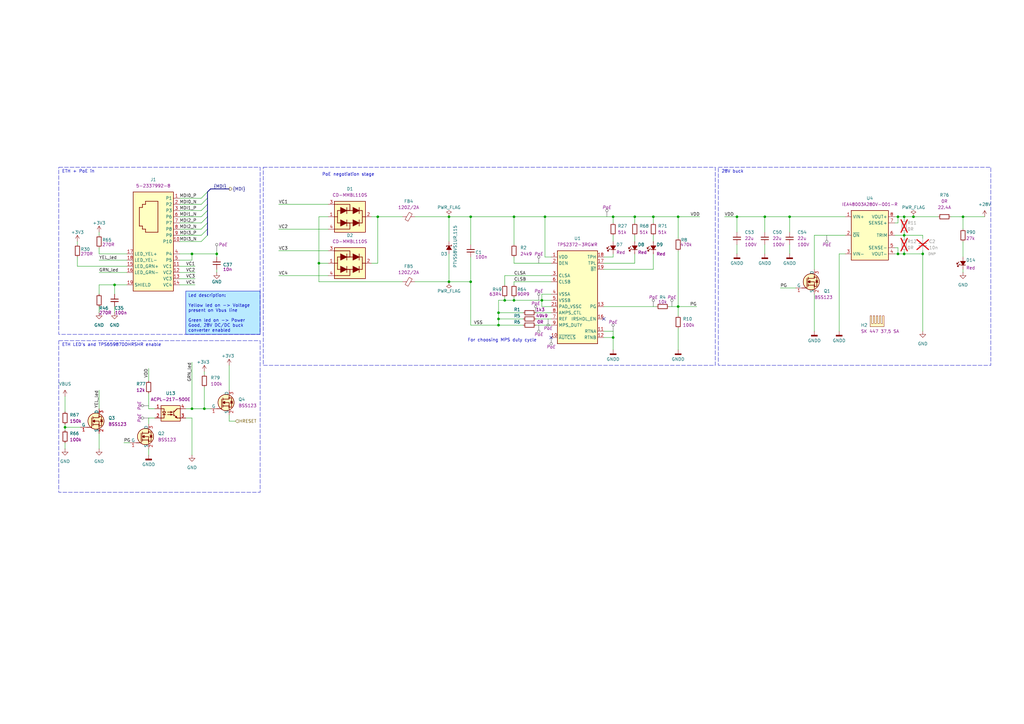
<source format=kicad_sch>
(kicad_sch (version 20230121) (generator eeschema)
  (paper "A3")
  (title_block (title "PoE to USBC PD adapter") (date "2024-10-17") (rev "1.1.0") (company "Antmicro Ltd.") (comment 1 "www.antmicro.com"))
  (bus_alias "MDI" (members "MDI0_P" "MDI0_N" "MDI1_P" "MDI1_N" "MDI2_P" "MDI2_N" "MDI3_N" "MDI3_P"))
  (junction (at 260.35 88.9))
  (junction (at 368.3 104.14))
  (junction (at 193.04 88.9))
  (junction (at 394.97 88.9))
  (junction (at 278.13 88.9))
  (junction (at 154.94 88.9))
  (junction (at 323.85 88.9))
  (junction (at 204.47 130.81))
  (junction (at 222.25 123.19))
  (junction (at 184.15 115.57))
  (junction (at 251.46 88.9))
  (junction (at 88.9 104.14))
  (junction (at 46.99 116.84))
  (junction (at 130.81 107.95))
  (junction (at 78.74 104.14))
  (junction (at 210.82 123.19))
  (junction (at 368.3 88.9))
  (junction (at 204.47 128.27))
  (junction (at 370.84 88.9))
  (junction (at 302.26 88.9))
  (junction (at 278.13 125.73))
  (junction (at 370.84 104.14))
  (junction (at 251.46 138.43))
  (junction (at 184.15 88.9))
  (junction (at 204.47 133.35))
  (junction (at 26.67 175.26))
  (junction (at 313.69 88.9))
  (junction (at 374.65 88.9))
  (junction (at 193.04 115.57))
  (junction (at 370.84 96.52))
  (junction (at 267.97 88.9))
  (junction (at 223.52 88.9))
  (junction (at 210.82 88.9))
  (junction (at 378.46 104.14))
  (junction (at 78.74 167.64))
  (junction (at 83.82 167.64))
  (junction (at 207.01 123.19))
  (no_connect (at 247.65 130.81))
  (no_connect (at 226.06 138.43))
  (bus_entry (at 85.09 88.9) (size -2.54 2.54))
  (bus_entry (at 85.09 86.36) (size -2.54 2.54))
  (bus_entry (at 85.09 78.74) (size -2.54 2.54))
  (bus_entry (at 85.09 96.52) (size -2.54 2.54))
  (bus_entry (at 85.09 91.44) (size -2.54 2.54))
  (bus_entry (at 85.09 81.28) (size -2.54 2.54))
  (bus_entry (at 85.09 93.98) (size -2.54 2.54))
  (bus_entry (at 85.09 83.82) (size -2.54 2.54))
  (wire (pts (xy 251.46 88.9) (xy 260.35 88.9)))
  (bus (pts (xy 85.09 93.98) (xy 85.09 96.52)))
  (wire (pts (xy 60.96 173.99) (xy 60.96 171.45)))
  (wire (pts (xy 204.47 133.35) (xy 204.47 130.81)))
  (wire (pts (xy 50.8 181.61) (xy 53.34 181.61)))
  (wire (pts (xy 73.66 109.22) (xy 80.01 109.22)))
  (wire (pts (xy 323.85 88.9) (xy 323.85 95.25)))
  (wire (pts (xy 82.55 86.36) (xy 73.66 86.36)))
  (wire (pts (xy 82.55 81.28) (xy 73.66 81.28)))
  (wire (pts (xy 40.64 111.76) (xy 52.07 111.76)))
  (wire (pts (xy 370.84 96.52) (xy 378.46 96.52)))
  (wire (pts (xy 73.66 111.76) (xy 80.01 111.76)))
  (bus (pts (xy 85.09 91.44) (xy 85.09 93.98)))
  (wire (pts (xy 302.26 95.25) (xy 302.26 88.9)))
  (wire (pts (xy 207.01 113.03) (xy 226.06 113.03)))
  (wire (pts (xy 78.74 148.59) (xy 78.74 167.64)))
  (wire (pts (xy 130.81 115.57) (xy 130.81 107.95)))
  (wire (pts (xy 226.06 128.27) (xy 219.71 128.27)))
  (wire (pts (xy 207.01 123.19) (xy 210.82 123.19)))
  (wire (pts (xy 184.15 104.14) (xy 184.15 115.57)))
  (wire (pts (xy 313.69 88.9) (xy 313.69 95.25)))
  (wire (pts (xy 130.81 107.95) (xy 130.81 88.9)))
  (wire (pts (xy 40.64 125.73) (xy 40.64 128.27)))
  (wire (pts (xy 370.84 104.14) (xy 378.46 104.14)))
  (wire (pts (xy 60.96 171.45) (xy 63.5 171.45)))
  (wire (pts (xy 278.13 102.87) (xy 278.13 125.73)))
  (wire (pts (xy 78.74 106.68) (xy 78.74 104.14)))
  (wire (pts (xy 251.46 105.41) (xy 251.46 104.14)))
  (wire (pts (xy 46.99 125.73) (xy 46.99 128.27)))
  (wire (pts (xy 73.66 116.84) (xy 80.01 116.84)))
  (wire (pts (xy 367.03 88.9) (xy 368.3 88.9)))
  (wire (pts (xy 26.67 162.56) (xy 26.67 168.91)))
  (wire (pts (xy 378.46 104.14) (xy 378.46 102.87)))
  (wire (pts (xy 260.35 88.9) (xy 260.35 91.44)))
  (wire (pts (xy 226.06 133.35) (xy 219.71 133.35)))
  (wire (pts (xy 78.74 171.45) (xy 78.74 186.69)))
  (wire (pts (xy 78.74 167.64) (xy 83.82 167.64)))
  (wire (pts (xy 370.84 88.9) (xy 374.65 88.9)))
  (wire (pts (xy 394.97 99.06) (xy 394.97 105.41)))
  (wire (pts (xy 320.04 118.11) (xy 326.39 118.11)))
  (wire (pts (xy 154.94 88.9) (xy 165.1 88.9)))
  (wire (pts (xy 313.69 100.33) (xy 313.69 104.14)))
  (wire (pts (xy 260.35 96.52) (xy 260.35 99.06)))
  (wire (pts (xy 93.98 172.72) (xy 96.52 172.72)))
  (wire (pts (xy 40.64 101.6) (xy 40.64 104.14)))
  (wire (pts (xy 193.04 88.9) (xy 193.04 100.33)))
  (wire (pts (xy 83.82 167.64) (xy 86.36 167.64)))
  (wire (pts (xy 60.96 151.13) (xy 60.96 156.21)))
  (wire (pts (xy 210.82 107.95) (xy 210.82 105.41)))
  (wire (pts (xy 26.67 175.26) (xy 26.67 176.53)))
  (wire (pts (xy 170.18 115.57) (xy 184.15 115.57)))
  (wire (pts (xy 323.85 100.33) (xy 323.85 104.14)))
  (bus (pts (xy 85.09 78.74) (xy 86.36 77.47)))
  (wire (pts (xy 368.3 88.9) (xy 370.84 88.9)))
  (wire (pts (xy 297.18 88.9) (xy 302.26 88.9)))
  (wire (pts (xy 207.01 121.92) (xy 207.01 123.19)))
  (bus (pts (xy 85.09 86.36) (xy 85.09 88.9)))
  (wire (pts (xy 251.46 138.43) (xy 247.65 138.43)))
  (wire (pts (xy 40.64 116.84) (xy 46.99 116.84)))
  (wire (pts (xy 334.01 96.52) (xy 334.01 110.49)))
  (wire (pts (xy 83.82 158.75) (xy 83.82 167.64)))
  (bus (pts (xy 85.09 88.9) (xy 85.09 91.44)))
  (wire (pts (xy 251.46 99.06) (xy 251.46 96.52)))
  (wire (pts (xy 334.01 120.65) (xy 334.01 135.89)))
  (wire (pts (xy 368.3 91.44) (xy 368.3 88.9)))
  (wire (pts (xy 60.96 184.15) (xy 60.96 186.69)))
  (wire (pts (xy 210.82 88.9) (xy 210.82 100.33)))
  (wire (pts (xy 114.3 93.98) (xy 134.62 93.98)))
  (wire (pts (xy 260.35 104.14) (xy 260.35 107.95)))
  (wire (pts (xy 210.82 121.92) (xy 210.82 123.19)))
  (wire (pts (xy 210.82 115.57) (xy 226.06 115.57)))
  (wire (pts (xy 278.13 134.62) (xy 278.13 143.51)))
  (wire (pts (xy 210.82 107.95) (xy 226.06 107.95)))
  (wire (pts (xy 78.74 104.14) (xy 88.9 104.14)))
  (wire (pts (xy 82.55 99.06) (xy 73.66 99.06)))
  (wire (pts (xy 73.66 106.68) (xy 78.74 106.68)))
  (wire (pts (xy 31.75 99.06) (xy 31.75 100.33)))
  (wire (pts (xy 370.84 102.87) (xy 370.84 104.14)))
  (wire (pts (xy 368.3 104.14) (xy 370.84 104.14)))
  (wire (pts (xy 114.3 102.87) (xy 134.62 102.87)))
  (wire (pts (xy 278.13 125.73) (xy 278.13 129.54)))
  (wire (pts (xy 73.66 114.3) (xy 80.01 114.3)))
  (wire (pts (xy 60.96 167.64) (xy 63.5 167.64)))
  (wire (pts (xy 154.94 107.95) (xy 152.4 107.95)))
  (wire (pts (xy 152.4 88.9) (xy 154.94 88.9)))
  (wire (pts (xy 346.71 96.52) (xy 334.01 96.52)))
  (wire (pts (xy 170.18 88.9) (xy 184.15 88.9)))
  (wire (pts (xy 267.97 88.9) (xy 267.97 91.44)))
  (wire (pts (xy 323.85 88.9) (xy 346.71 88.9)))
  (wire (pts (xy 278.13 88.9) (xy 287.02 88.9)))
  (wire (pts (xy 154.94 88.9) (xy 154.94 107.95)))
  (wire (pts (xy 46.99 116.84) (xy 46.99 120.65)))
  (wire (pts (xy 251.46 135.89) (xy 251.46 138.43)))
  (wire (pts (xy 31.75 105.41) (xy 31.75 109.22)))
  (wire (pts (xy 247.65 105.41) (xy 251.46 105.41)))
  (wire (pts (xy 83.82 152.4) (xy 83.82 153.67)))
  (wire (pts (xy 40.64 104.14) (xy 52.07 104.14)))
  (wire (pts (xy 260.35 107.95) (xy 247.65 107.95)))
  (wire (pts (xy 204.47 130.81) (xy 214.63 130.81)))
  (wire (pts (xy 204.47 123.19) (xy 207.01 123.19)))
  (wire (pts (xy 114.3 113.03) (xy 134.62 113.03)))
  (wire (pts (xy 374.65 88.9) (xy 384.81 88.9)))
  (wire (pts (xy 134.62 107.95) (xy 130.81 107.95)))
  (wire (pts (xy 346.71 104.14) (xy 344.17 104.14)))
  (wire (pts (xy 40.64 177.8) (xy 40.64 184.15)))
  (wire (pts (xy 274.32 125.73) (xy 278.13 125.73)))
  (wire (pts (xy 184.15 88.9) (xy 184.15 99.06)))
  (wire (pts (xy 193.04 133.35) (xy 204.47 133.35)))
  (wire (pts (xy 46.99 116.84) (xy 52.07 116.84)))
  (wire (pts (xy 344.17 104.14) (xy 344.17 135.89)))
  (wire (pts (xy 367.03 91.44) (xy 368.3 91.44)))
  (wire (pts (xy 222.25 123.19) (xy 226.06 123.19)))
  (wire (pts (xy 302.26 100.33) (xy 302.26 104.14)))
  (wire (pts (xy 76.2 171.45) (xy 78.74 171.45)))
  (wire (pts (xy 267.97 110.49) (xy 247.65 110.49)))
  (wire (pts (xy 82.55 93.98) (xy 73.66 93.98)))
  (wire (pts (xy 214.63 133.35) (xy 204.47 133.35)))
  (wire (pts (xy 223.52 88.9) (xy 251.46 88.9)))
  (wire (pts (xy 226.06 105.41) (xy 223.52 105.41)))
  (wire (pts (xy 278.13 125.73) (xy 285.75 125.73)))
  (wire (pts (xy 267.97 104.14) (xy 267.97 110.49)))
  (wire (pts (xy 184.15 88.9) (xy 193.04 88.9)))
  (wire (pts (xy 207.01 113.03) (xy 207.01 116.84)))
  (wire (pts (xy 222.25 123.19) (xy 222.25 125.73)))
  (wire (pts (xy 82.55 91.44) (xy 73.66 91.44)))
  (wire (pts (xy 247.65 135.89) (xy 251.46 135.89)))
  (wire (pts (xy 226.06 120.65) (xy 222.25 120.65)))
  (wire (pts (xy 378.46 97.79) (xy 378.46 96.52)))
  (wire (pts (xy 78.74 167.64) (xy 76.2 167.64)))
  (wire (pts (xy 60.96 161.29) (xy 60.96 167.64)))
  (wire (pts (xy 367.03 101.6) (xy 368.3 101.6)))
  (wire (pts (xy 210.82 115.57) (xy 210.82 116.84)))
  (wire (pts (xy 40.64 95.25) (xy 40.64 96.52)))
  (wire (pts (xy 278.13 88.9) (xy 278.13 97.79)))
  (wire (pts (xy 367.03 96.52) (xy 370.84 96.52)))
  (wire (pts (xy 26.67 173.99) (xy 26.67 175.26)))
  (wire (pts (xy 367.03 104.14) (xy 368.3 104.14)))
  (wire (pts (xy 267.97 96.52) (xy 267.97 99.06)))
  (wire (pts (xy 82.55 83.82) (xy 73.66 83.82)))
  (wire (pts (xy 370.84 96.52) (xy 370.84 97.79)))
  (wire (pts (xy 247.65 125.73) (xy 269.24 125.73)))
  (wire (pts (xy 88.9 111.76) (xy 88.9 110.49)))
  (bus (pts (xy 85.09 81.28) (xy 85.09 83.82)))
  (wire (pts (xy 82.55 88.9) (xy 73.66 88.9)))
  (wire (pts (xy 130.81 115.57) (xy 165.1 115.57)))
  (wire (pts (xy 114.3 83.82) (xy 134.62 83.82)))
  (wire (pts (xy 260.35 88.9) (xy 267.97 88.9)))
  (wire (pts (xy 389.89 88.9) (xy 394.97 88.9)))
  (wire (pts (xy 370.84 95.25) (xy 370.84 96.52)))
  (wire (pts (xy 82.55 96.52) (xy 73.66 96.52)))
  (bus (pts (xy 86.36 77.47) (xy 93.98 77.47)))
  (wire (pts (xy 251.46 91.44) (xy 251.46 88.9)))
  (wire (pts (xy 130.81 88.9) (xy 134.62 88.9)))
  (wire (pts (xy 193.04 105.41) (xy 193.04 115.57)))
  (wire (pts (xy 219.71 130.81) (xy 226.06 130.81)))
  (wire (pts (xy 88.9 102.87) (xy 88.9 104.14)))
  (wire (pts (xy 214.63 128.27) (xy 204.47 128.27)))
  (wire (pts (xy 93.98 170.18) (xy 93.98 172.72)))
  (wire (pts (xy 313.69 88.9) (xy 323.85 88.9)))
  (wire (pts (xy 223.52 105.41) (xy 223.52 88.9)))
  (wire (pts (xy 394.97 88.9) (xy 403.86 88.9)))
  (wire (pts (xy 204.47 130.81) (xy 204.47 128.27)))
  (wire (pts (xy 40.64 120.65) (xy 40.64 116.84)))
  (wire (pts (xy 193.04 133.35) (xy 193.04 115.57)))
  (wire (pts (xy 31.75 109.22) (xy 52.07 109.22)))
  (wire (pts (xy 302.26 88.9) (xy 313.69 88.9)))
  (wire (pts (xy 40.64 160.02) (xy 40.64 167.64)))
  (wire (pts (xy 193.04 88.9) (xy 210.82 88.9)))
  (wire (pts (xy 93.98 149.86) (xy 93.98 160.02)))
  (wire (pts (xy 210.82 88.9) (xy 223.52 88.9)))
  (wire (pts (xy 222.25 120.65) (xy 222.25 123.19)))
  (wire (pts (xy 394.97 110.49) (xy 394.97 111.76)))
  (wire (pts (xy 222.25 123.19) (xy 210.82 123.19)))
  (wire (pts (xy 40.64 106.68) (xy 52.07 106.68)))
  (wire (pts (xy 370.84 88.9) (xy 370.84 90.17)))
  (wire (pts (xy 394.97 88.9) (xy 394.97 93.98)))
  (wire (pts (xy 26.67 181.61) (xy 26.67 184.15)))
  (wire (pts (xy 73.66 104.14) (xy 78.74 104.14)))
  (wire (pts (xy 267.97 88.9) (xy 278.13 88.9)))
  (bus (pts (xy 85.09 78.74) (xy 85.09 81.28)))
  (wire (pts (xy 26.67 175.26) (xy 33.02 175.26)))
  (wire (pts (xy 378.46 135.89) (xy 378.46 104.14)))
  (wire (pts (xy 193.04 115.57) (xy 184.15 115.57)))
  (wire (pts (xy 222.25 125.73) (xy 226.06 125.73)))
  (wire (pts (xy 251.46 138.43) (xy 251.46 143.51)))
  (wire (pts (xy 368.3 101.6) (xy 368.3 104.14)))
  (wire (pts (xy 88.9 105.41) (xy 88.9 104.14)))
  (bus (pts (xy 85.09 83.82) (xy 85.09 86.36)))
  (wire (pts (xy 204.47 128.27) (xy 204.47 123.19)))
  (rectangle (start 294.64 68.58) (end 406.4 149.86) (stroke (width 0) (type dash)))
  (rectangle (start 24.13 68.58) (end 106.68 137.16) (stroke (width 0) (type dash)))
  (rectangle (start 24.13 139.7) (end 106.68 201.93) (stroke (width 0) (type dash)))
  (rectangle (start 107.95 68.58) (end 293.37 149.86) (stroke (width 0) (type dash)))
  (text_box "Led description:\n\nYellow led on -> Voltage present on Vbus line\n\nGreen led on -> Power Good, 28V DC/DC buck converter enabled" (at 76.2 119.38 0) (size 30.48 17.78) (fill (type color) (color 85 203 255 0.41)) (effects (font (size 1.27 1.27)) (justify left top)))
  (text "ETH LED's and TPS65987DDHRSHR enable" (at 25.4 142.24 0) (effects (font (size 1.27 1.27)) (justify left bottom)))
  (text "ETH + PoE in" (at 25.4 71.12 0) (effects (font (size 1.27 1.27)) (justify left bottom)))
  (text "28V buck\n" (at 295.91 71.12 0) (effects (font (size 1.27 1.27)) (justify left bottom)))
  (text "For choosing MPS duty cycle" (at 191.77 140.335 0) (effects (font (size 1.27 1.27)) (justify left bottom)))
  (text "PoE negotiation stage" (at 132.08 72.39 0) (effects (font (size 1.27 1.27)) (justify left bottom)))
  (label "VC1" (at 80.01 109.22 180))
  (label "PG" (at 285.75 125.73 180))
  (label "MDI1_N" (at 73.66 88.9 0))
  (label "VC3" (at 80.01 114.3 180))
  (label "VC4" (at 114.3 113.03 0))
  (label "VC1" (at 114.3 83.82 0))
  (label "MDI3_P" (at 73.66 96.52 0))
  (label "YEL_led" (at 40.64 106.68 0))
  (label "VC2" (at 114.3 93.98 0))
  (label "GRN_led" (at 78.74 148.59 270))
  (label "VC2" (at 80.01 111.76 180))
  (label "VC3" (at 114.3 102.87 0))
  (label "CLSA" (at 210.82 113.03 0))
  (label "VSS" (at 194.31 133.35 0))
  (label "YEL_led" (at 40.64 160.02 270))
  (label "VDD" (at 60.96 151.13 270))
  (label "VDD" (at 287.02 88.9 180))
  (label "{MDI}" (at 87.63 77.47 0))
  (label "MDI2_N" (at 73.66 93.98 0))
  (label "VC4" (at 80.01 116.84 180))
  (label "GRN_led" (at 40.64 111.76 0))
  (label "CLSB" (at 210.82 115.57 0))
  (label "MDI0_N" (at 73.66 83.82 0))
  (label "MDI3_N" (at 73.66 99.06 0))
  (label "PG" (at 320.04 118.11 0))
  (label "PG" (at 50.8 181.61 0))
  (label "MDI1_P" (at 73.66 86.36 0))
  (label "MDI0_P" (at 73.66 81.28 0))
  (label "MDI2_P" (at 73.66 91.44 0))
  (label "VDD" (at 297.18 88.9 0))
  (hierarchical_label "HRESET" (shape input) (at 96.52 172.72 0))
  (hierarchical_label "{MDI}" (shape output) (at 93.98 77.47 0))
  (netclass_flag "" (length 2.54) (shape round) (at 248.92 88.9 0) (property "Netclass" "PoE" (at 247.015 85.09 0) (effects (font italic) (justify left))))
  (netclass_flag "" (length 2.54) (shape round) (at 275.59 125.73 0) (property "Netclass" "PoE" (at 273.685 121.92 0) (effects (font italic) (justify left))))
  (netclass_flag "" (length 2.54) (shape round) (at 220.98 123.19 0) (property "Netclass" "PoE" (at 219.075 119.38 0) (effects (font italic) (justify left))))
  (netclass_flag "" (length 2.54) (shape round) (at 60.96 171.45 90) (property "Netclass" "PoE" (at 57.15 173.355 90) (effects (font italic) (justify left))))
  (netclass_flag "" (length 2.54) (shape round) (at 60.96 166.37 90) (property "Netclass" "PoE" (at 57.15 168.275 90) (effects (font italic) (justify left))))
  (netclass_flag "" (length 2.54) (shape round) (at 220.98 133.35 180) (property "Netclass" "PoE" (at 222.885 137.16 0) (effects (font italic) (justify right))))
  (netclass_flag "" (length 2.54) (shape round) (at 339.09 96.52 180) (property "Netclass" "PoE" (at 340.995 100.33 0) (effects (font italic) (justify right))))
  (netclass_flag "" (length 2.54) (shape round) (at 220.98 107.95 0) (property "Netclass" "PoE" (at 219.075 104.14 0) (effects (font italic) (justify left))))
  (netclass_flag "" (length 2.54) (shape round) (at 267.97 125.73 0) (property "Netclass" "PoE" (at 266.065 121.92 0) (effects (font italic) (justify left))))
  (netclass_flag "" (length 2.54) (shape round) (at 251.46 135.89 0) (property "Netclass" "PoE" (at 249.555 132.08 0) (effects (font italic) (justify left))))
  (netclass_flag "" (length 2.54) (shape round) (at 224.79 130.81 180) (property "Netclass" "PoE" (at 226.695 134.62 0) (effects (font italic) (justify right))))
  (netclass_flag "" (length 2.54) (shape round) (at 226.06 138.43 180) (property "Netclass" "PoE" (at 224.155 142.24 0) (effects (font italic) (justify left))))
  (netclass_flag "" (length 2.54) (shape round) (at 219.71 128.27 0) (property "Netclass" "PoE" (at 217.805 124.46 0) (effects (font italic) (justify left))))
  (netclass_flag "" (length 2.54) (shape round) (at 88.9 102.87 0) (property "Netclass" "PoE" (at 89.5985 100.33 0) (effects (font italic) (justify left))))
  (symbol (lib_id "antmicropower:+3V3") (at 93.98 149.86 0) (unit 1)
    (property "Reference" "#PWR0128" (effects hide))
    (property "Value" "+3V3" (at 90.805 146.685 0) (effects (justify left bottom)))
    (property "Author" "Antmicro" (effects hide))
    (property "License" "Apache-2.0" (effects hide))
  )
  (symbol (lib_id "antmicropower:GND") (at 46.99 128.27 0) (unit 1)
    (property "Reference" "#PWR083" (effects hide))
    (property "Value" "GND" (at 46.99 133.35 0))
    (property "Author" "Antmicro" (effects hide))
    (property "License" "Apache-2.0" (effects hide))
  )
  (symbol (lib_id "antmicroResistors0603:R_63R4_0603") (at 207.01 121.92 90) (unit 1)
    (property "Reference" "R49" (at 201.93 118.745 90) (effects (justify right)))
    (property "Value" "R_63R4_0603" (effects hide))
    (property "Footprint" "antmicro-footprints:R_0603_1608Metric" (effects hide))
    (property "Datasheet" "https://www.bourns.com/docs/product-datasheets/cr.pdf" (effects hide))
    (property "MPN" "CR0603-FX-63R4ELF" (effects hide))
    (property "Manufacturer" "Bourns" (effects hide))
    (property "License" "Apache-2.0" (effects hide))
    (property "Author" "Antmicro" (effects hide))
    (property "Val" "63R4" (at 200.66 120.65 90) (effects (justify right)))
    (property "Tolerance" "1%" (effects hide))
  )
  (symbol (lib_id "antmicropower:GNDD") (at 251.46 143.51 0) (unit 1)
    (property "Reference" "#PWR01" (effects hide))
    (property "Value" "GNDD" (at 251.46 147.32 0))
    (property "Author" "Antmicro" (effects hide))
    (property "License" "Apache-2.0" (effects hide))
  )
  (symbol (lib_id "antmicroTransistorsFETsMOSFETsSingle:BSS123") (at 326.39 118.11 0) (unit 1)
    (property "Reference" "Q1" (at 337.82 119.38 0) (effects (justify left)))
    (property "Value" "BSS123" (effects hide))
    (property "Footprint" "antmicro-footprints:SOT-23-3" (effects hide))
    (property "Datasheet" "https://www.onsemi.com/pub/Collateral/BSS123-D.PDF" (effects hide))
    (property "MPN" "BSS123" (at 334.01 121.92 0) (effects (justify left)))
    (property "Manufacturer" "ON Semiconductor" (effects hide))
    (property "Author" "Antmicro" (effects hide))
    (property "License" "Apache-2.0" (effects hide))
  )
  (symbol (lib_id "antmicroResistors0402:R_49k9_0402") (at 214.63 130.81 0) (unit 1)
    (property "Reference" "R5" (at 212.09 129.54 0))
    (property "Value" "R_49k9_0402" (effects hide))
    (property "Footprint" "antmicro-footprints:R_0402_1005Metric" (effects hide))
    (property "Datasheet" "https://www.bourns.com/docs/product-datasheets/cr.pdf" (effects hide))
    (property "Manufacturer" "Bourns" (effects hide))
    (property "MPN" "CR0402-FX-4992GLF" (effects hide))
    (property "Val" "49k9" (at 222.25 129.54 0))
    (property "License" "Apache-2.0" (effects hide))
    (property "Author" "Antmicro" (effects hide))
    (property "Tolerance" "1%" (effects hide))
  )
  (symbol (lib_id "antmicropower:+3V3") (at 83.82 152.4 0) (unit 1)
    (property "Reference" "#PWR0126" (effects hide))
    (property "Value" "+3V3" (at 80.645 149.225 0) (effects (justify left bottom)))
    (property "Author" "Antmicro" (effects hide))
    (property "License" "Apache-2.0" (effects hide))
  )
  (symbol (lib_id "antmicroLEDIndicationDiscrete:LED_R_0603_KP-1608EC") (at 394.97 110.49 90) (unit 1)
    (property "Reference" "D14" (at 396.24 106.68 90) (effects (justify right)))
    (property "Value" "LED_R_0603_KP-1608EC" (effects hide))
    (property "Footprint" "antmicro-footprints:LED_0603_1608Metric_R" (effects hide))
    (property "Datasheet" "http://www.kingbright.com/attachments/file/psearch/000/00/20131112/KP-1608EC(Ver.14A).pdf" (effects hide))
    (property "MPN" "KP-1608EC" (effects hide))
    (property "Manufacturer" "Kingbright" (effects hide))
    (property "Color" "Red" (at 396.24 109.855 90) (effects (justify right)))
    (property "Author" "Antmicro" (effects hide))
    (property "License" "Apache-2.0" (effects hide))
  )
  (symbol (lib_id "antmicroCapacitorsmisc:C_22u_100V_2220") (at 302.26 100.33 90) (unit 1)
    (property "Reference" "C53" (at 305.435 95.2436 90) (effects (justify right)))
    (property "Value" "C_22u_100V_2220" (effects hide))
    (property "Footprint" "antmicro-footprints:C_2220_5650Metric" (effects hide))
    (property "Datasheet" "https://product.tdk.com/en/search/capacitor/ceramic/mlcc/info?part_no=C5750X7S2A226M280KB" (effects hide))
    (property "MPN" "C5750X7S2A226M280KB" (effects hide))
    (property "Manufacturer" "TDK" (effects hide))
    (property "License" "Apache-2.0" (effects hide))
    (property "Author" "Antmicro" (effects hide))
    (property "Val" "22u" (at 305.435 97.7836 90) (effects (justify right)))
    (property "Voltage" "100V" (at 305.435 100.3236 90) (effects (justify right)))
    (property "Dielectric" "X7S" (effects hide))
    (property "Public" "False" (effects hide))
  )
  (symbol (lib_id "antmicropower:GNDD") (at 278.13 143.51 0) (unit 1)
    (property "Reference" "#PWR02" (effects hide))
    (property "Value" "GNDD" (at 278.13 147.32 0))
    (property "Author" "Antmicro" (effects hide))
    (property "License" "Apache-2.0" (effects hide))
  )
  (symbol (lib_id "antmicroResistors0603:R_1k3_0603") (at 214.63 128.27 0) (unit 1)
    (property "Reference" "R1" (at 212.09 127 0))
    (property "Value" "R_1k3_0603" (effects hide))
    (property "Footprint" "antmicro-footprints:R_0603_1608Metric" (effects hide))
    (property "Datasheet" "https://www.bourns.com/docs/product-datasheets/cr.pdf" (effects hide))
    (property "MPN" "CR0603-FX-1301ELF" (effects hide))
    (property "Manufacturer" "Bourns" (effects hide))
    (property "License" "Apache-2.0" (effects hide))
    (property "Author" "Antmicro" (effects hide))
    (property "Val" "1k3" (at 221.615 127 0))
    (property "Tolerance" "1%" (effects hide))
  )
  (symbol (lib_id "antmicropower:PWR_FLAG") (at 184.15 88.9 0) (unit 1)
    (property "Reference" "#FLG012" (effects hide))
    (property "Value" "PWR_FLAG" (at 184.15 85.09 0))
  )
  (symbol (lib_id "antmicroCapacitors0402:C_10n_50V_X7R_0402") (at 378.46 102.87 90) (unit 1) (in_bom no) (dnp yes)
    (property "Reference" "C2" (at 381 99.0536 90) (effects (justify right)))
    (property "Value" "C_10n_50V_X7R_0402" (effects hide))
    (property "Footprint" "antmicro-footprints:C_0402_1005Metric" (effects hide))
    (property "Datasheet" "https://www.kemet.com/en/us/capacitors/product/C0402C103J5RAC.html" (effects hide))
    (property "MPN" "C0402C103J5RAC" (effects hide))
    (property "Val" "10n" (at 381 101.5936 90) (effects (justify right)))
    (property "Voltage" "50V" (effects hide))
    (property "Dielectric" "X7R" (effects hide))
    (property "Manufacturer" "KEMET" (effects hide))
    (property "License" "Apache-2.0" (effects hide))
    (property "Author" "Antmicro" (effects hide))
    (property "DNP" "DNP" (at 382.27 104.14 90) (effects (font (size 1 1))))
  )
  (symbol (lib_id "antmicropower:GNDD") (at 313.69 104.14 0) (unit 1)
    (property "Reference" "#PWR0104" (effects hide))
    (property "Value" "GNDD" (at 313.69 107.95 0))
    (property "Author" "Antmicro" (effects hide))
    (property "License" "Apache-2.0" (effects hide))
  )
  (symbol (lib_id "antmicroResistors0402:R_270R_0402") (at 40.64 101.6 90) (unit 1)
    (property "Reference" "R65" (at 41.91 98.425 90) (effects (justify right)))
    (property "Value" "R_270R_0402" (effects hide))
    (property "Footprint" "antmicro-footprints:R_0402_1005Metric" (effects hide))
    (property "Datasheet" "https://www.bourns.com/docs/product-datasheets/cr.pdf" (effects hide))
    (property "MPN" "CR0402-FX-2700GLF" (effects hide))
    (property "Manufacturer" "Bourns" (effects hide))
    (property "License" "Apache-2.0" (effects hide))
    (property "Author" "Antmicro" (effects hide))
    (property "Val" "270R" (at 41.91 100.33 90) (effects (justify right)))
    (property "Tolerance" "1%" (effects hide))
  )
  (symbol (lib_id "antmicroResistors0603:R_51k_0603") (at 260.35 96.52 90) (unit 1)
    (property "Reference" "R68" (at 262.255 92.71 90) (effects (justify right)))
    (property "Value" "R_51k_0603" (effects hide))
    (property "Footprint" "antmicro-footprints:R_0603_1608Metric" (effects hide))
    (property "Datasheet" "https://www.bourns.com/docs/product-datasheets/cr.pdf" (effects hide))
    (property "MPN" "CR0603-FX-5102ELF" (effects hide))
    (property "Manufacturer" "Bourns" (effects hide))
    (property "License" "Apache-2.0" (effects hide))
    (property "Author" "Antmicro" (effects hide))
    (property "Val" "51k" (at 262.255 95.25 90) (effects (justify right)))
    (property "Tolerance" "1%" (effects hide))
  )
  (symbol (lib_id "antmicropower:VBUS") (at 26.67 162.56 0) (unit 1)
    (property "Reference" "#PWR0112" (effects hide))
    (property "Value" "VBUS" (at 26.67 157.48 0))
  )
  (symbol (lib_id "antmicroModularConnectorsJacksWithMagnetics:Bus_RJ45_5-2337992-8") (at 73.66 81.28 0) (mirror y) (unit 1)
    (property "Reference" "J1" (at 62.865 73.66 0))
    (property "Value" "Bus_RJ45_5-2337992-8" (effects hide))
    (property "Footprint" "antmicro-footprints:RJ45_X-2337992-8_Horizontal" (effects hide))
    (property "Datasheet" "https://www.te.com/commerce/DocumentDelivery/DDEController?Action=showdoc&DocId=Customer+Drawing%7F5-2337992-8%7FA%7Fpdf%7FEnglish%7FENG_CD_5-2337992-8_A.pdf%7F5-2337992-8" (effects hide))
    (property "MPN" "5-2337992-8" (at 62.865 76.2 0))
    (property "Manufacturer" "TE Connectivity" (effects hide))
    (property "Author" "Antmicro" (effects hide))
    (property "License" "Apache-2.0" (effects hide))
  )
  (symbol (lib_id "antmicroLEDIndicationDiscrete:LED_R_0603_KP-1608EC") (at 260.35 104.14 90) (unit 1)
    (property "Reference" "D8" (at 261.62 100.33 90) (effects (justify right)))
    (property "Value" "LED_R_0603_KP-1608EC" (effects hide))
    (property "Footprint" "antmicro-footprints:LED_0603_1608Metric_R" (effects hide))
    (property "Datasheet" "http://www.kingbright.com/attachments/file/psearch/000/00/20131112/KP-1608EC(Ver.14A).pdf" (effects hide))
    (property "MPN" "KP-1608EC" (effects hide))
    (property "Manufacturer" "Kingbright" (effects hide))
    (property "Color" "Red" (at 261.62 103.505 90) (effects (justify right)))
    (property "Author" "Antmicro" (effects hide))
    (property "License" "Apache-2.0" (effects hide))
  )
  (symbol (lib_id "antmicroDCDCConverters:IEA48003A280V-001-R") (at 346.71 88.9 0) (unit 1)
    (property "Reference" "U4" (at 356.743 81.28 0))
    (property "Value" "IEA48003A280V-001-R" (effects hide))
    (property "Footprint" "antmicro-footprints:IEA48003A280V-001-R" (effects hide))
    (property "Datasheet" "https://product.tdk.com/system/files/dam/doc/product/power/switching-power/dc-dc-converter/catalog/iea_e.pdf" (effects hide))
    (property "MPN" "IEA48003A280V-001-R" (at 356.743 83.82 0))
    (property "Manufacturer" "TDK" (effects hide))
    (property "Author" "Antmicro" (effects hide))
    (property "License" "Apache-2.0" (effects hide))
  )
  (symbol (lib_id "antmicroResistors0402:R_27k_0402") (at 394.97 99.06 90) (unit 1)
    (property "Reference" "R90" (at 396.24 95.25 90) (effects (justify right)))
    (property "Value" "R_27k_0402" (effects hide))
    (property "Footprint" "antmicro-footprints:R_0402_1005Metric" (effects hide))
    (property "Datasheet" "https://www.bourns.com/docs/product-datasheets/cr.pdf" (effects hide))
    (property "MPN" "CR0402-FX-2702GLF" (effects hide))
    (property "Manufacturer" "Bourns" (effects hide))
    (property "License" "Apache-2.0" (effects hide))
    (property "Author" "Antmicro" (effects hide))
    (property "Val" "27k" (at 396.24 97.79 90) (effects (justify right)))
    (property "Tolerance" "1%" (effects hide))
  )
  (symbol (lib_id "antmicropower:GNDD") (at 60.96 186.69 0) (unit 1)
    (property "Reference" "#PWR0125" (effects hide))
    (property "Value" "GNDD" (at 60.96 190.5 0))
    (property "Author" "Antmicro" (effects hide))
    (property "License" "Apache-2.0" (effects hide))
  )
  (symbol (lib_id "antmicropower:GND") (at 40.64 128.27 0) (unit 1)
    (property "Reference" "#PWR082" (effects hide))
    (property "Value" "GND" (at 40.64 133.35 0))
    (property "Author" "Antmicro" (effects hide))
    (property "License" "Apache-2.0" (effects hide))
  )
  (symbol (lib_id "antmicroLEDIndicationDiscrete:LED_R_0603_KP-1608EC") (at 251.46 104.14 90) (unit 1)
    (property "Reference" "D7" (at 252.73 100.33 90) (effects (justify right)))
    (property "Value" "LED_R_0603_KP-1608EC" (effects hide))
    (property "Footprint" "antmicro-footprints:LED_0603_1608Metric_R" (effects hide))
    (property "Datasheet" "http://www.kingbright.com/attachments/file/psearch/000/00/20131112/KP-1608EC(Ver.14A).pdf" (effects hide))
    (property "MPN" "KP-1608EC" (effects hide))
    (property "Manufacturer" "Kingbright" (effects hide))
    (property "Color" "Red" (at 252.73 103.505 90) (effects (justify right)))
    (property "Author" "Antmicro" (effects hide))
    (property "License" "Apache-2.0" (effects hide))
  )
  (symbol (lib_id "antmicroResistors0402:R_470k_0402") (at 278.13 102.87 90) (unit 1)
    (property "Reference" "R8" (at 281.94 98.425 90) (effects (justify left)))
    (property "Value" "R_470k_0402" (effects hide))
    (property "Footprint" "antmicro-footprints:R_0402_1005Metric" (effects hide))
    (property "Datasheet" "https://www.bourns.com/docs/product-datasheets/cr.pdf" (effects hide))
    (property "Manufacturer" "Bourns" (effects hide))
    (property "MPN" "CR0402-FX-4703GLF" (effects hide))
    (property "Val" "470k" (at 283.845 100.33 90) (effects (justify left)))
    (property "License" "Apache-2.0" (effects hide))
    (property "Author" "Antmicro" (effects hide))
    (property "Tolerance" "1%" (effects hide))
  )
  (symbol (lib_id "antmicropower:GND") (at 88.9 111.76 0) (unit 1)
    (property "Reference" "#PWR086" (effects hide))
    (property "Value" "GND" (at 88.9 115.57 0))
    (property "Author" "Antmicro" (effects hide))
    (property "License" "Apache-2.0" (effects hide))
  )
  (symbol (lib_id "antmicroCapacitorsmisc:C_100n_100V_0805") (at 193.04 105.41 90) (unit 1)
    (property "Reference" "C1" (at 194.945 103.505 90) (effects (justify right)))
    (property "Value" "C_100n_100V_0805" (effects hide))
    (property "Footprint" "antmicro-footprints:C_0805_2012Metric" (effects hide))
    (property "Datasheet" "https://product.samsungsem.com/mlcc/CL21B104KCFNNN.do" (effects hide))
    (property "MPN" "CL21B104KCFNNNE" (effects hide))
    (property "Manufacturer" "Samsung Electro-Mechanics" (effects hide))
    (property "License" "Apache-2.0" (effects hide))
    (property "Author" "Antmicro" (effects hide))
    (property "Val" "100n" (at 194.945 105.41 90) (effects (justify right)))
    (property "Voltage" "100V" (effects hide))
    (property "Dielectric" "X7R" (effects hide))
    (property "Public" "False" (effects hide))
  )
  (symbol (lib_id "antmicroResistors0402:R_150k_0402") (at 26.67 173.99 90) (unit 1)
    (property "Reference" "R67" (at 28.575 170.18 90) (effects (justify right)))
    (property "Value" "R_150k_0402" (effects hide))
    (property "Footprint" "antmicro-footprints:R_0402_1005Metric" (effects hide))
    (property "Datasheet" "https://www.bourns.com/docs/product-datasheets/cr.pdf" (effects hide))
    (property "MPN" "CR0402-FX-1503GLF" (effects hide))
    (property "Manufacturer" "Bourns" (effects hide))
    (property "License" "Apache-2.0" (effects hide))
    (property "Author" "Antmicro" (effects hide))
    (property "Val" "150k" (at 28.575 172.72 90) (effects (justify right)))
    (property "Tolerance" "1%" (effects hide))
  )
  (symbol (lib_id "antmicropower:GNDD") (at 334.01 135.89 0) (unit 1)
    (property "Reference" "#PWR03" (effects hide))
    (property "Value" "GNDD" (at 334.01 139.7 0))
    (property "Author" "Antmicro" (effects hide))
    (property "License" "Apache-2.0" (effects hide))
  )
  (symbol (lib_id "antmicropower:GND") (at 26.67 184.15 0) (unit 1)
    (property "Reference" "#PWR0111" (effects hide))
    (property "Value" "GND" (at 26.67 189.23 0))
    (property "Author" "Antmicro" (effects hide))
    (property "License" "Apache-2.0" (effects hide))
  )
  (symbol (lib_id "antmicroResistorsmisc:R_12k_2010") (at 60.96 156.21 270) (unit 1)
    (property "Reference" "R77" (at 55.88 157.48 90) (effects (justify left)))
    (property "Value" "R_12k_2010" (effects hide))
    (property "Footprint" "antmicro-footprints:R_2010_5025Metric" (effects hide))
    (property "Datasheet" "https://www.bourns.com/docs/product-datasheets/cr.pdf" (effects hide))
    (property "MPN" "CR2010-FX-1202ELF" (effects hide))
    (property "Manufacturer" "Bourns" (effects hide))
    (property "License" "Apache-2.0" (effects hide))
    (property "Author" "Antmicro" (effects hide))
    (property "Val" "12k" (at 55.88 160.02 90) (effects (justify left)))
    (property "Tolerance" "1%" (effects hide))
  )
  (symbol (lib_id "antmicroMechanicalParts:Heatsink_Fischer_SK_447_37_5_SA") (at 356.87 129.54 0) (unit 1)
    (property "Reference" "H2" (at 353.06 133.35 0) (effects (justify left)))
    (property "Value" "Heatsink_Fischer_SK_447_37_5_SA" (effects hide))
    (property "Footprint" "antmicro-footprints:Heatsink_Fischer_SK_447_37_5_SA" (effects hide))
    (property "Datasheet" "https://www.tme.eu/Document/bb3b72aecba6b3d11bf241f43b097be5/SK44737,5SA.pdf" (effects hide))
    (property "MPN" "SK 447 37,5 SA" (at 353.06 135.89 0) (effects (justify left)))
    (property "Manufacturer" "Fischer Elektronik" (effects hide))
    (property "Author" "Antmicro" (effects hide))
    (property "License" "Apache-2.0" (effects hide))
  )
  (symbol (lib_id "antmicroCapacitors0402:C_10n_50V_X7R_0402") (at 88.9 110.49 90) (unit 1)
    (property "Reference" "C37" (at 91.44 108.585 90) (effects (justify right)))
    (property "Value" "C_10n_50V_X7R_0402" (effects hide))
    (property "Footprint" "antmicro-footprints:C_0402_1005Metric" (effects hide))
    (property "Datasheet" "https://www.kemet.com/en/us/capacitors/product/C0402C103J5RAC.html" (effects hide))
    (property "MPN" "C0402C103J5RAC" (effects hide))
    (property "Val" "10n" (at 91.44 110.49 90) (effects (justify right)))
    (property "Voltage" "50V" (effects hide))
    (property "Dielectric" "X7R" (effects hide))
    (property "Manufacturer" "KEMET" (effects hide))
    (property "License" "Apache-2.0" (effects hide))
    (property "Author" "Antmicro" (effects hide))
  )
  (symbol (lib_id "antmicropower:+3V3") (at 40.64 95.25 0) (unit 1)
    (property "Reference" "#PWR0107" (effects hide))
    (property "Value" "+3V3" (at 40.64 91.44 0))
    (property "Author" "Antmicro" (effects hide))
    (property "License" "Apache-2.0" (effects hide))
  )
  (symbol (lib_id "antmicroResistors0402:R_270R_0402") (at 40.64 125.73 90) (unit 1)
    (property "Reference" "R46" (at 40.64 126.365 90) (effects (justify right)))
    (property "Value" "R_270R_0402" (effects hide))
    (property "Footprint" "antmicro-footprints:R_0402_1005Metric" (effects hide))
    (property "Datasheet" "https://www.bourns.com/docs/product-datasheets/cr.pdf" (effects hide))
    (property "MPN" "CR0402-FX-2700GLF" (effects hide))
    (property "Manufacturer" "Bourns" (effects hide))
    (property "License" "Apache-2.0" (effects hide))
    (property "Author" "Antmicro" (effects hide))
    (property "Val" "270R" (at 40.64 128.27 90) (effects (justify right)))
    (property "Tolerance" "1%" (effects hide))
  )
  (symbol (lib_id "antmicroResistors0402:R_10k_0402") (at 274.32 125.73 180) (unit 1)
    (property "Reference" "R4" (at 271.78 121.92 0))
    (property "Value" "R_10k_0402" (effects hide))
    (property "Footprint" "antmicro-footprints:R_0402_1005Metric" (effects hide))
    (property "Datasheet" "https://www.bourns.com/docs/product-datasheets/cr.pdf" (effects hide))
    (property "Manufacturer" "Bourns" (effects hide))
    (property "MPN" "CR0402-FX-1002GLF" (effects hide))
    (property "Val" "10k" (at 271.78 123.825 0))
    (property "License" "Apache-2.0" (effects hide))
    (property "Author" "Antmicro" (effects hide))
    (property "Tolerance" "1%" (effects hide))
  )
  (symbol (lib_id "antmicroResistors0402:R_100k_0402") (at 26.67 181.61 90) (unit 1)
    (property "Reference" "R66" (at 28.575 177.8 90) (effects (justify right)))
    (property "Value" "R_100k_0402" (effects hide))
    (property "Footprint" "antmicro-footprints:R_0402_1005Metric" (effects hide))
    (property "Datasheet" "https://www.bourns.com/docs/product-datasheets/cr.pdf" (effects hide))
    (property "MPN" "CR0402-FX-1003GLF" (effects hide))
    (property "Manufacturer" "Bourns" (effects hide))
    (property "License" "Apache-2.0" (effects hide))
    (property "Author" "Antmicro" (effects hide))
    (property "Val" "100k" (at 28.575 180.34 90) (effects (justify right)))
    (property "Tolerance" "1%" (effects hide))
  )
  (symbol (lib_id "antmicroTVSDiodes:PTVS58VS1UR,115") (at 184.15 99.06 270) (unit 1)
    (property "Reference" "D3" (at 183.515 104.14 90) (effects (justify right)))
    (property "Value" "PTVS58VS1UR,115" (at 186.69 109.855 0) (effects (justify right)))
    (property "Footprint" "antmicro-footprints:D_SOD-123F" (effects hide))
    (property "Datasheet" "https://assets.nexperia.com/documents/data-sheet/PTVSXS1UR_SER.pdf" (effects hide))
    (property "MPN" "PTVS58VS1UR,115" (effects hide))
    (property "Manufacturer" "Nexperia" (effects hide))
    (property "Author" "Antmicro" (effects hide))
    (property "License" "Apache-2.0" (effects hide))
  )
  (symbol (lib_id "antmicropower:PWR_FLAG") (at 374.65 88.9 0) (unit 1)
    (property "Reference" "#FLG07" (effects hide))
    (property "Value" "PWR_FLAG" (at 374.65 85.09 0))
  )
  (symbol (lib_id "antmicroFerriteBeadsandChips:FB_120Z_2A_Murata-BLM18E_0603") (at 165.1 88.9 0) (unit 1)
    (property "Reference" "FB4" (at 167.6019 82.55 0))
    (property "Value" "FB_120Z_2A_Murata-BLM18E_0603" (effects hide))
    (property "Footprint" "antmicro-footprints:FB_0603_1608Metric" (effects hide))
    (property "Datasheet" "https://www.murata.com/products/productdata/8796742483998/QNFA9107.pdf?1529465405000" (effects hide))
    (property "Val" "120Z/2A" (at 167.6019 85.09 0))
    (property "MPN" "BLM18EG121SH1D" (effects hide))
    (property "Manufacturer" "Murata" (effects hide))
    (property "Author" "Antmicro" (effects hide))
    (property "License" "Apache-2.0" (effects hide))
  )
  (symbol (lib_id "antmicropower:GND") (at 394.97 111.76 0) (unit 1)
    (property "Reference" "#PWR0102" (effects hide))
    (property "Value" "GND" (at 394.97 116.84 0))
    (property "Author" "Antmicro" (effects hide))
    (property "License" "Apache-2.0" (effects hide))
  )
  (symbol (lib_id "antmicroResistors0402:R_100k_0402") (at 83.82 158.75 90) (unit 1)
    (property "Reference" "R79" (at 86.36 154.94 90) (effects (justify right)))
    (property "Value" "R_100k_0402" (effects hide))
    (property "Footprint" "antmicro-footprints:R_0402_1005Metric" (effects hide))
    (property "Datasheet" "https://www.bourns.com/docs/product-datasheets/cr.pdf" (effects hide))
    (property "MPN" "CR0402-FX-1003GLF" (effects hide))
    (property "Manufacturer" "Bourns" (effects hide))
    (property "License" "Apache-2.0" (effects hide))
    (property "Author" "Antmicro" (effects hide))
    (property "Val" "100k" (at 86.36 157.48 90) (effects (justify right)))
    (property "Tolerance" "1%" (effects hide))
  )
  (symbol (lib_id "antmicroLEDIndicationDiscrete:LED_R_0603_KP-1608EC") (at 267.97 104.14 90) (unit 1)
    (property "Reference" "D9" (at 269.24 100.33 90) (effects (justify right)))
    (property "Value" "LED_R_0603_KP-1608EC" (effects hide))
    (property "Footprint" "antmicro-footprints:LED_0603_1608Metric_R" (effects hide))
    (property "Datasheet" "http://www.kingbright.com/attachments/file/psearch/000/00/20131112/KP-1608EC(Ver.14A).pdf" (effects hide))
    (property "MPN" "KP-1608EC" (effects hide))
    (property "Manufacturer" "Kingbright" (effects hide))
    (property "Color" "Red" (at 269.24 104.14 90) (effects (justify right)))
    (property "Author" "Antmicro" (effects hide))
    (property "License" "Apache-2.0" (effects hide))
  )
  (symbol (lib_id "antmicropower:GNDD") (at 323.85 104.14 0) (unit 1)
    (property "Reference" "#PWR0105" (effects hide))
    (property "Value" "GNDD" (at 323.85 107.95 0))
    (property "Author" "Antmicro" (effects hide))
    (property "License" "Apache-2.0" (effects hide))
  )
  (symbol (lib_id "antmicropower:PWR_FLAG") (at 184.15 115.57 180) (unit 1)
    (property "Reference" "#FLG08" (effects hide))
    (property "Value" "PWR_FLAG" (at 184.15 119.38 0))
  )
  (symbol (lib_id "antmicroResistors0603:R_51k_0603") (at 251.46 96.52 90) (unit 1)
    (property "Reference" "R27" (at 253.365 92.71 90) (effects (justify right)))
    (property "Value" "R_51k_0603" (effects hide))
    (property "Footprint" "antmicro-footprints:R_0603_1608Metric" (effects hide))
    (property "Datasheet" "https://www.bourns.com/docs/product-datasheets/cr.pdf" (effects hide))
    (property "MPN" "CR0603-FX-5102ELF" (effects hide))
    (property "Manufacturer" "Bourns" (effects hide))
    (property "License" "Apache-2.0" (effects hide))
    (property "Author" "Antmicro" (effects hide))
    (property "Val" "51k" (at 253.365 95.25 90) (effects (justify right)))
    (property "Tolerance" "1%" (effects hide))
  )
  (symbol (lib_id "antmicroResistors0402:R_0R_0402") (at 370.84 102.87 90) (unit 1) (in_bom no) (dnp yes)
    (property "Reference" "R12" (at 372.11 99.06 90) (effects (justify right)))
    (property "Value" "R_0R_0402" (effects hide))
    (property "Footprint" "antmicro-footprints:R_0402_1005Metric" (effects hide))
    (property "Datasheet" "https://industrial.panasonic.com/cdbs/www-data/pdf/RDA0000/AOA0000C301.pdf" (effects hide))
    (property "MPN" "ERJ2GE0R00X" (effects hide))
    (property "Manufacturer" "Panasonic" (effects hide))
    (property "License" "Apache-2.0" (effects hide))
    (property "Author" "Antmicro" (effects hide))
    (property "Val" "0R" (at 372.11 101.6 90) (effects (justify right)))
    (property "Current" "1A" (effects hide))
  )
  (symbol (lib_id "antmicroResistors0603:R_90R9_0603") (at 210.82 121.92 90) (unit 1)
    (property "Reference" "R64" (at 212.09 118.745 90) (effects (justify right)))
    (property "Value" "R_90R9_0603" (effects hide))
    (property "Footprint" "antmicro-footprints:R_0603_1608Metric" (effects hide))
    (property "Datasheet" "https://www.bourns.com/docs/product-datasheets/cr.pdf" (effects hide))
    (property "MPN" "CR0603-FX-90R9ELF" (effects hide))
    (property "Manufacturer" "Bourns" (effects hide))
    (property "License" "Apache-2.0" (effects hide))
    (property "Author" "Antmicro" (effects hide))
    (property "Val" "90R9" (at 212.09 120.65 90) (effects (justify right)))
    (property "Tolerance" "1%" (effects hide))
  )
  (symbol (lib_id "antmicroCapacitorsmisc:C_22u_100V_2220") (at 313.69 100.33 90) (unit 1)
    (property "Reference" "C50" (at 316.865 95.2436 90) (effects (justify right)))
    (property "Value" "C_22u_100V_2220" (effects hide))
    (property "Footprint" "antmicro-footprints:C_2220_5650Metric" (effects hide))
    (property "Datasheet" "https://product.tdk.com/en/search/capacitor/ceramic/mlcc/info?part_no=C5750X7S2A226M280KB" (effects hide))
    (property "MPN" "C5750X7S2A226M280KB" (effects hide))
    (property "Manufacturer" "TDK" (effects hide))
    (property "License" "Apache-2.0" (effects hide))
    (property "Author" "Antmicro" (effects hide))
    (property "Val" "22u" (at 316.865 97.7836 90) (effects (justify right)))
    (property "Voltage" "100V" (at 316.865 100.3236 90) (effects (justify right)))
    (property "Dielectric" "X7S" (effects hide))
    (property "Public" "False" (effects hide))
  )
  (symbol (lib_id "antmicroTransistorsFETsMOSFETsSingle:BSS123") (at 86.36 167.64 0) (unit 1)
    (property "Reference" "Q4" (at 97.79 163.83 0) (effects (justify left)))
    (property "Value" "BSS123" (effects hide))
    (property "Footprint" "antmicro-footprints:SOT-23-3" (effects hide))
    (property "Datasheet" "https://www.onsemi.com/pub/Collateral/BSS123-D.PDF" (effects hide))
    (property "MPN" "BSS123" (at 97.79 166.37 0) (effects (justify left)))
    (property "Manufacturer" "ON Semiconductor" (effects hide))
    (property "Author" "Antmicro" (effects hide))
    (property "License" "Apache-2.0" (effects hide))
  )
  (symbol (lib_id "antmicroDiodesRectifiersSingle:CD-MMBL110S") (at 134.62 102.87 0) (unit 1)
    (property "Reference" "D2" (at 143.51 96.52 0))
    (property "Value" "CD-MMBL110S" (effects hide))
    (property "Footprint" "antmicro-footprints:DFN3538" (effects hide))
    (property "Datasheet" "https://www.bourns.com/docs/product-datasheets/CD-MMBL110S.pdf" (effects hide))
    (property "MPN" "CD-MMBL110S" (at 143.51 99.06 0))
    (property "Manufacturer" "Bourns" (effects hide))
    (property "Author" "Antmicro" (effects hide))
    (property "License" "Apache-2.0" (effects hide))
  )
  (symbol (lib_id "antmicroFerriteBeadsandChips:FB_120Z_2A_Murata-BLM18E_0603") (at 165.1 115.57 0) (unit 1)
    (property "Reference" "FB5" (at 167.6019 109.22 0))
    (property "Value" "FB_120Z_2A_Murata-BLM18E_0603" (effects hide))
    (property "Footprint" "antmicro-footprints:FB_0603_1608Metric" (effects hide))
    (property "Datasheet" "https://www.murata.com/products/productdata/8796742483998/QNFA9107.pdf?1529465405000" (effects hide))
    (property "Val" "120Z/2A" (at 167.6019 111.76 0))
    (property "MPN" "BLM18EG121SH1D" (effects hide))
    (property "Manufacturer" "Murata" (effects hide))
    (property "Author" "Antmicro" (effects hide))
    (property "License" "Apache-2.0" (effects hide))
  )
  (symbol (lib_id "antmicropower:+28V") (at 403.86 88.9 0) (unit 1)
    (property "Reference" "#PWR046" (effects hide))
    (property "Value" "+28V" (at 403.86 83.82 0))
  )
  (symbol (lib_id "antmicropower:GNDD") (at 344.17 135.89 0) (unit 1)
    (property "Reference" "#PWR04" (effects hide))
    (property "Value" "GNDD" (at 344.17 139.7 0))
    (property "Author" "Antmicro" (effects hide))
    (property "License" "Apache-2.0" (effects hide))
  )
  (symbol (lib_id "antmicropower:GND") (at 40.64 184.15 0) (unit 1)
    (property "Reference" "#PWR0109" (effects hide))
    (property "Value" "GND" (at 40.64 189.23 0))
    (property "Author" "Antmicro" (effects hide))
    (property "License" "Apache-2.0" (effects hide))
  )
  (symbol (lib_id "antmicroResistors0402:R_24k9_0402") (at 210.82 100.33 270) (unit 1)
    (property "Reference" "R2" (at 213.36 101.6 90) (effects (justify left)))
    (property "Value" "R_24k9_0402" (effects hide))
    (property "Footprint" "antmicro-footprints:R_0402_1005Metric" (effects hide))
    (property "Datasheet" "https://www.bourns.com/docs/product-datasheets/cr.pdf" (effects hide))
    (property "MPN" "CR0402-FX-2492GLF" (effects hide))
    (property "Manufacturer" "Bourns" (effects hide))
    (property "License" "Apache-2.0" (effects hide))
    (property "Author" "Antmicro" (effects hide))
    (property "Val" "24k9" (at 213.36 104.14 90) (effects (justify left)))
    (property "Tolerance" "1%" (effects hide))
  )
  (symbol (lib_id "antmicroResistors0402:R_100k_0402") (at 278.13 134.62 90) (unit 1)
    (property "Reference" "R10" (at 280.035 130.81 90) (effects (justify right)))
    (property "Value" "R_100k_0402" (effects hide))
    (property "Footprint" "antmicro-footprints:R_0402_1005Metric" (effects hide))
    (property "Datasheet" "https://www.bourns.com/docs/product-datasheets/cr.pdf" (effects hide))
    (property "MPN" "CR0402-FX-1003GLF" (effects hide))
    (property "Manufacturer" "Bourns" (effects hide))
    (property "License" "Apache-2.0" (effects hide))
    (property "Author" "Antmicro" (effects hide))
    (property "Val" "100k" (at 280.035 133.35 90) (effects (justify right)))
    (property "Tolerance" "1%" (effects hide))
  )
  (symbol (lib_id "antmicroOptoisolatorsLogicOutput:ACPL-217-500E") (at 63.5 167.64 0) (unit 1)
    (property "Reference" "U13" (at 69.977 161.29 0))
    (property "Value" "ACPL-217-500E" (effects hide))
    (property "Footprint" "antmicro-footprints:SOIC-4_4.55x2.6mm_P1.27mm" (effects hide))
    (property "Datasheet" "https://docs.broadcom.com/doc/AV02-0470EN" (effects hide))
    (property "Description" "Broadcom ACPL-217-500E DC Input Transistor Output Optocoupler, Surface Mount, 4-Pin SO" (effects hide))
    (property "Manufacturer" "Broadcom" (effects hide))
    (property "MPN" "ACPL-217-500E" (at 69.977 163.83 0))
    (property "Author" "Antmicro" (effects hide))
    (property "License" "Apache-2.0" (effects hide))
  )
  (symbol (lib_id "antmicroResistors0402:R_270R_0402") (at 31.75 105.41 90) (unit 1)
    (property "Reference" "R30" (at 33.02 102.235 90) (effects (justify right)))
    (property "Value" "R_270R_0402" (effects hide))
    (property "Footprint" "antmicro-footprints:R_0402_1005Metric" (effects hide))
    (property "Datasheet" "https://www.bourns.com/docs/product-datasheets/cr.pdf" (effects hide))
    (property "MPN" "CR0402-FX-2700GLF" (effects hide))
    (property "Manufacturer" "Bourns" (effects hide))
    (property "License" "Apache-2.0" (effects hide))
    (property "Author" "Antmicro" (effects hide))
    (property "Val" "270R" (at 33.02 104.14 90) (effects (justify right)))
    (property "Tolerance" "1%" (effects hide))
  )
  (symbol (lib_id "antmicroPMICPowerDistributionSwitchesLoadDrivers:TPS2372-3RGWR") (at 226.06 105.41 0) (unit 1)
    (property "Reference" "U1" (at 236.855 97.79 0))
    (property "Value" "TPS2372-3RGWR" (effects hide))
    (property "Footprint" "antmicro-footprints:VQFN-20_5x5x1mm_P0.65mm" (effects hide))
    (property "Datasheet" "https://www.ti.com/lit/ds/symlink/tps2372.pdf?ts=1679042478513&ref_url=https%253A%252F%252Fwww.google.com%252F" (effects hide))
    (property "MPN" "TPS2372-3RGWR" (at 236.855 100.33 0))
    (property "Manufacturer" "Texas Instruments" (effects hide))
    (property "Author" "Antmicro" (effects hide))
    (property "License" "Apache-2.0" (effects hide))
  )
  (symbol (lib_id "antmicroResistors0603:R_51k_0603") (at 267.97 96.52 90) (unit 1)
    (property "Reference" "R71" (at 269.875 92.71 90) (effects (justify right)))
    (property "Value" "R_51k_0603" (effects hide))
    (property "Footprint" "antmicro-footprints:R_0603_1608Metric" (effects hide))
    (property "Datasheet" "https://www.bourns.com/docs/product-datasheets/cr.pdf" (effects hide))
    (property "MPN" "CR0603-FX-5102ELF" (effects hide))
    (property "Manufacturer" "Bourns" (effects hide))
    (property "License" "Apache-2.0" (effects hide))
    (property "Author" "Antmicro" (effects hide))
    (property "Val" "51k" (at 269.875 95.25 90) (effects (justify right)))
    (property "Tolerance" "1%" (effects hide))
  )
  (symbol (lib_id "antmicroTransistorsFETsMOSFETsSingle:BSS123") (at 53.34 181.61 0) (unit 1)
    (property "Reference" "Q2" (at 64.77 177.8 0) (effects (justify left)))
    (property "Value" "BSS123" (effects hide))
    (property "Footprint" "antmicro-footprints:SOT-23-3" (effects hide))
    (property "Datasheet" "https://www.onsemi.com/pub/Collateral/BSS123-D.PDF" (effects hide))
    (property "MPN" "BSS123" (at 64.77 180.34 0) (effects (justify left)))
    (property "Manufacturer" "ON Semiconductor" (effects hide))
    (property "Author" "Antmicro" (effects hide))
    (property "License" "Apache-2.0" (effects hide))
  )
  (symbol (lib_id "antmicropower:GND") (at 78.74 186.69 0) (unit 1)
    (property "Reference" "#PWR0129" (effects hide))
    (property "Value" "GND" (at 78.74 191.77 0))
    (property "Author" "Antmicro" (effects hide))
    (property "License" "Apache-2.0" (effects hide))
  )
  (symbol (lib_id "antmicroResistors0603:R_0R_22.4A_0603") (at 384.81 88.9 0) (unit 1)
    (property "Reference" "R76" (at 387.35 80.01 0))
    (property "Value" "R_0R_22.4A_0603" (effects hide))
    (property "Footprint" "antmicro-footprints:R_0603_1608Metric" (effects hide))
    (property "Datasheet" "https://fscdn.rohm.com/en/products/databook/datasheet/passive/resistor/chip_resistor/pmr-jpw-e.pdf" (effects hide))
    (property "MPN" "PMR03EZPJ000" (effects hide))
    (property "Manufacturer" "ROHM Semiconductor" (effects hide))
    (property "Val" "0R" (at 387.35 82.55 0))
    (property "Max. Curr." "22.4A" (at 387.35 85.09 0))
    (property "Author" "Antmicro" (effects hide))
    (property "License" "Apache-2.0" (effects hide))
    (property "Tolerance" "template_tolerance" (effects hide))
  )
  (symbol (lib_id "antmicroTransistorsFETsMOSFETsSingle:BSS123") (at 33.02 175.26 0) (unit 1)
    (property "Reference" "Q3" (at 44.45 171.45 0) (effects (justify left)))
    (property "Value" "BSS123" (effects hide))
    (property "Footprint" "antmicro-footprints:SOT-23-3" (effects hide))
    (property "Datasheet" "https://www.onsemi.com/pub/Collateral/BSS123-D.PDF" (effects hide))
    (property "MPN" "BSS123" (at 44.45 173.99 0) (effects (justify left)))
    (property "Manufacturer" "ON Semiconductor" (effects hide))
    (property "Author" "Antmicro" (effects hide))
    (property "License" "Apache-2.0" (effects hide))
  )
  (symbol (lib_id "antmicroDiodesRectifiersSingle:CD-MMBL110S") (at 134.62 83.82 0) (unit 1)
    (property "Reference" "D1" (at 143.51 77.47 0))
    (property "Value" "CD-MMBL110S" (effects hide))
    (property "Footprint" "antmicro-footprints:DFN3538" (effects hide))
    (property "Datasheet" "https://www.bourns.com/docs/product-datasheets/CD-MMBL110S.pdf" (effects hide))
    (property "MPN" "CD-MMBL110S" (at 143.51 80.01 0))
    (property "Manufacturer" "Bourns" (effects hide))
    (property "Author" "Antmicro" (effects hide))
    (property "License" "Apache-2.0" (effects hide))
  )
  (symbol (lib_id "antmicropower:GND") (at 378.46 135.89 0) (unit 1)
    (property "Reference" "#PWR07" (effects hide))
    (property "Value" "GND" (at 378.46 140.97 0))
    (property "Author" "Antmicro" (effects hide))
    (property "License" "Apache-2.0" (effects hide))
  )
  (symbol (lib_id "antmicroCapacitors0402:C_100n_0402") (at 46.99 120.65 270) (unit 1)
    (property "Reference" "C35" (at 50.8 126.365 90) (effects (justify right)))
    (property "Value" "C_100n_0402" (effects hide))
    (property "Footprint" "antmicro-footprints:C_0402_1005Metric" (effects hide))
    (property "Datasheet" "https://www.murata.com/products/productdetail?partno=GRM155R61H104KE14%23" (effects hide))
    (property "Manufacturer" "Murata" (effects hide))
    (property "MPN" "GRM155R61H104KE14D" (effects hide))
    (property "Val" "100n" (at 52.07 128.27 90) (effects (justify right)))
    (property "License" "Apache-2.0" (effects hide))
    (property "Author" "Antmicro" (effects hide))
    (property "Voltage" "50V" (effects hide))
    (property "Dielectric" "X5R" (effects hide))
  )
  (symbol (lib_id "antmicropower:GNDD") (at 302.26 104.14 0) (unit 1)
    (property "Reference" "#PWR0106" (effects hide))
    (property "Value" "GNDD" (at 302.26 107.95 0))
    (property "Author" "Antmicro" (effects hide))
    (property "License" "Apache-2.0" (effects hide))
  )
  (symbol (lib_id "antmicropower:+3V3") (at 31.75 99.06 0) (unit 1)
    (property "Reference" "#PWR0108" (effects hide))
    (property "Value" "+3V3" (at 31.75 95.25 0))
    (property "Author" "Antmicro" (effects hide))
    (property "License" "Apache-2.0" (effects hide))
  )
  (symbol (lib_id "antmicroResistors0402:R_0R_0402") (at 214.63 133.35 0) (unit 1)
    (property "Reference" "R6" (at 212.09 132.08 0))
    (property "Value" "R_0R_0402" (effects hide))
    (property "Footprint" "antmicro-footprints:R_0402_1005Metric" (effects hide))
    (property "Datasheet" "https://industrial.panasonic.com/cdbs/www-data/pdf/RDA0000/AOA0000C301.pdf" (effects hide))
    (property "MPN" "ERJ2GE0R00X" (effects hide))
    (property "Manufacturer" "Panasonic" (effects hide))
    (property "License" "Apache-2.0" (effects hide))
    (property "Author" "Antmicro" (effects hide))
    (property "Val" "0R" (at 221.615 132.08 0))
    (property "Current" "1A" (effects hide))
  )
  (symbol (lib_id "antmicroResistors0402:R_0R_0402") (at 370.84 95.25 90) (unit 1) (in_bom no) (dnp yes)
    (property "Reference" "R11" (at 372.11 91.44 90) (effects (justify right)))
    (property "Value" "R_0R_0402" (effects hide))
    (property "Footprint" "antmicro-footprints:R_0402_1005Metric" (effects hide))
    (property "Datasheet" "https://industrial.panasonic.com/cdbs/www-data/pdf/RDA0000/AOA0000C301.pdf" (effects hide))
    (property "MPN" "ERJ2GE0R00X" (effects hide))
    (property "Manufacturer" "Panasonic" (effects hide))
    (property "License" "Apache-2.0" (effects hide))
    (property "Author" "Antmicro" (effects hide))
    (property "Val" "0R" (at 372.11 93.98 90) (effects (justify right)))
    (property "Current" "1A" (effects hide))
  )
  (symbol (lib_id "antmicroCapacitorsmisc:C_22u_100V_2220") (at 323.85 100.33 90) (unit 1)
    (property "Reference" "C54" (at 327.025 95.2436 90) (effects (justify right)))
    (property "Value" "C_22u_100V_2220" (effects hide))
    (property "Footprint" "antmicro-footprints:C_2220_5650Metric" (effects hide))
    (property "Datasheet" "https://product.tdk.com/en/search/capacitor/ceramic/mlcc/info?part_no=C5750X7S2A226M280KB" (effects hide))
    (property "MPN" "C5750X7S2A226M280KB" (effects hide))
    (property "Manufacturer" "TDK" (effects hide))
    (property "License" "Apache-2.0" (effects hide))
    (property "Author" "Antmicro" (effects hide))
    (property "Val" "22u" (at 327.025 97.7836 90) (effects (justify right)))
    (property "Voltage" "100V" (at 327.025 100.3236 90) (effects (justify right)))
    (property "Dielectric" "X7S" (effects hide))
    (property "Public" "False" (effects hide))
  )
)
</source>
